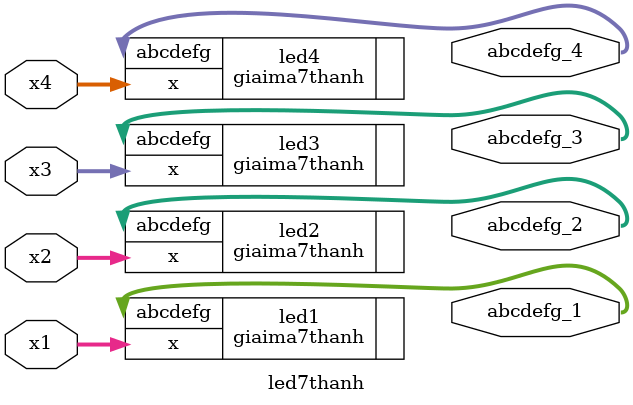
<source format=v>
module led7thanh(
	input wire [3:0] x1,x2,x3,x4,
	output reg [6:0] abcdefg_1,abcdefg_2,abcdefg_3,abcdefg_4
	);
	giaima7thanh led1(.x(x1),.abcdefg(abcdefg_1));
	giaima7thanh led2(.x(x2),.abcdefg(abcdefg_2));
	giaima7thanh led3(.x(x3),.abcdefg(abcdefg_3));
	giaima7thanh led4(.x(x4),.abcdefg(abcdefg_4));
endmodule

</source>
